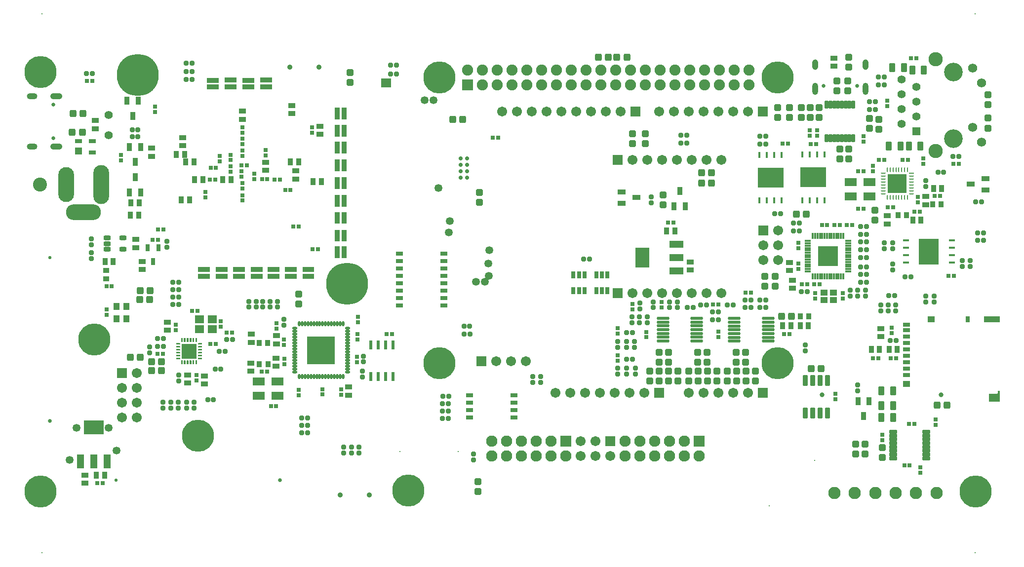
<source format=gbs>
G04*
G04 #@! TF.GenerationSoftware,Altium Limited,Altium Designer,24.10.1 (45)*
G04*
G04 Layer_Color=16711935*
%FSLAX44Y44*%
%MOMM*%
G71*
G04*
G04 #@! TF.SameCoordinates,98639135-FE56-4FAC-94B5-B9978FB97537*
G04*
G04*
G04 #@! TF.FilePolarity,Negative*
G04*
G01*
G75*
%ADD36R,0.6000X1.5500*%
G04:AMPARAMS|DCode=79|XSize=1mm|YSize=1.8mm|CornerRadius=0.5mm|HoleSize=0mm|Usage=FLASHONLY|Rotation=270.000|XOffset=0mm|YOffset=0mm|HoleType=Round|Shape=RoundedRectangle|*
%AMROUNDEDRECTD79*
21,1,1.0000,0.8000,0,0,270.0*
21,1,0.0000,1.8000,0,0,270.0*
1,1,1.0000,-0.4000,0.0000*
1,1,1.0000,-0.4000,0.0000*
1,1,1.0000,0.4000,0.0000*
1,1,1.0000,0.4000,0.0000*
%
%ADD79ROUNDEDRECTD79*%
G04:AMPARAMS|DCode=80|XSize=1mm|YSize=2.1mm|CornerRadius=0.5mm|HoleSize=0mm|Usage=FLASHONLY|Rotation=270.000|XOffset=0mm|YOffset=0mm|HoleType=Round|Shape=RoundedRectangle|*
%AMROUNDEDRECTD80*
21,1,1.0000,1.1000,0,0,270.0*
21,1,0.0000,2.1000,0,0,270.0*
1,1,1.0000,-0.5500,0.0000*
1,1,1.0000,-0.5500,0.0000*
1,1,1.0000,0.5500,0.0000*
1,1,1.0000,0.5500,0.0000*
%
%ADD80ROUNDEDRECTD80*%
%ADD81C,0.6500*%
%ADD83C,0.9000*%
%ADD86C,1.3900*%
%ADD91C,1.5700*%
%ADD94C,3.2000*%
%ADD95R,1.3900X1.3900*%
%ADD96C,2.4500*%
G04:AMPARAMS|DCode=97|XSize=1mm|YSize=1.8mm|CornerRadius=0.5mm|HoleSize=0mm|Usage=FLASHONLY|Rotation=180.000|XOffset=0mm|YOffset=0mm|HoleType=Round|Shape=RoundedRectangle|*
%AMROUNDEDRECTD97*
21,1,1.0000,0.8000,0,0,180.0*
21,1,0.0000,1.8000,0,0,180.0*
1,1,1.0000,0.0000,0.4000*
1,1,1.0000,0.0000,0.4000*
1,1,1.0000,0.0000,-0.4000*
1,1,1.0000,0.0000,-0.4000*
%
%ADD97ROUNDEDRECTD97*%
G04:AMPARAMS|DCode=98|XSize=1mm|YSize=2.1mm|CornerRadius=0.5mm|HoleSize=0mm|Usage=FLASHONLY|Rotation=180.000|XOffset=0mm|YOffset=0mm|HoleType=Round|Shape=RoundedRectangle|*
%AMROUNDEDRECTD98*
21,1,1.0000,1.1000,0,0,180.0*
21,1,0.0000,2.1000,0,0,180.0*
1,1,1.0000,0.0000,0.5500*
1,1,1.0000,0.0000,0.5500*
1,1,1.0000,0.0000,-0.5500*
1,1,1.0000,0.0000,-0.5500*
%
%ADD98ROUNDEDRECTD98*%
%ADD107R,1.2700X0.7600*%
G04:AMPARAMS|DCode=110|XSize=1.0611mm|YSize=0.3925mm|CornerRadius=0.1962mm|HoleSize=0mm|Usage=FLASHONLY|Rotation=0.000|XOffset=0mm|YOffset=0mm|HoleType=Round|Shape=RoundedRectangle|*
%AMROUNDEDRECTD110*
21,1,1.0611,0.0000,0,0,0.0*
21,1,0.6686,0.3925,0,0,0.0*
1,1,0.3925,0.3343,0.0000*
1,1,0.3925,-0.3343,0.0000*
1,1,0.3925,-0.3343,0.0000*
1,1,0.3925,0.3343,0.0000*
%
%ADD110ROUNDEDRECTD110*%
%ADD111R,1.0611X0.3925*%
%ADD112R,3.5000X4.4000*%
%ADD114R,1.1000X1.3000*%
%ADD123C,0.2520*%
%ADD124R,2.5000X2.5000*%
G04:AMPARAMS|DCode=131|XSize=0.8078mm|YSize=0.2393mm|CornerRadius=0.1196mm|HoleSize=0mm|Usage=FLASHONLY|Rotation=180.000|XOffset=0mm|YOffset=0mm|HoleType=Round|Shape=RoundedRectangle|*
%AMROUNDEDRECTD131*
21,1,0.8078,0.0000,0,0,180.0*
21,1,0.5686,0.2393,0,0,180.0*
1,1,0.2393,-0.2843,0.0000*
1,1,0.2393,0.2843,0.0000*
1,1,0.2393,0.2843,0.0000*
1,1,0.2393,-0.2843,0.0000*
%
%ADD131ROUNDEDRECTD131*%
G04:AMPARAMS|DCode=132|XSize=0.2393mm|YSize=0.8078mm|CornerRadius=0.1196mm|HoleSize=0mm|Usage=FLASHONLY|Rotation=180.000|XOffset=0mm|YOffset=0mm|HoleType=Round|Shape=RoundedRectangle|*
%AMROUNDEDRECTD132*
21,1,0.2393,0.5686,0,0,180.0*
21,1,0.0000,0.8078,0,0,180.0*
1,1,0.2393,0.0000,0.2843*
1,1,0.2393,0.0000,0.2843*
1,1,0.2393,0.0000,-0.2843*
1,1,0.2393,0.0000,-0.2843*
%
%ADD132ROUNDEDRECTD132*%
%ADD133R,3.2000X3.2000*%
%ADD134R,4.4000X3.5000*%
G04:AMPARAMS|DCode=135|XSize=1.0611mm|YSize=0.3925mm|CornerRadius=0.1962mm|HoleSize=0mm|Usage=FLASHONLY|Rotation=90.000|XOffset=0mm|YOffset=0mm|HoleType=Round|Shape=RoundedRectangle|*
%AMROUNDEDRECTD135*
21,1,1.0611,0.0000,0,0,90.0*
21,1,0.6686,0.3925,0,0,90.0*
1,1,0.3925,0.0000,0.3343*
1,1,0.3925,0.0000,-0.3343*
1,1,0.3925,0.0000,-0.3343*
1,1,0.3925,0.0000,0.3343*
%
%ADD135ROUNDEDRECTD135*%
%ADD136R,2.8000X1.0000*%
%ADD137R,0.8000X1.0000*%
%ADD138R,1.2000X1.0000*%
%ADD142C,1.1447*%
%ADD143R,1.2000X0.7000*%
%ADD148R,0.3925X1.0611*%
%ADD149R,0.8078X0.2393*%
G04:AMPARAMS|DCode=178|XSize=1.2032mm|YSize=1.1032mm|CornerRadius=0.2141mm|HoleSize=0mm|Usage=FLASHONLY|Rotation=270.000|XOffset=0mm|YOffset=0mm|HoleType=Round|Shape=RoundedRectangle|*
%AMROUNDEDRECTD178*
21,1,1.2032,0.6750,0,0,270.0*
21,1,0.7750,1.1032,0,0,270.0*
1,1,0.4282,-0.3375,-0.3875*
1,1,0.4282,-0.3375,0.3875*
1,1,0.4282,0.3375,0.3875*
1,1,0.4282,0.3375,-0.3875*
%
%ADD178ROUNDEDRECTD178*%
%ADD181R,0.9532X1.1532*%
%ADD184R,1.1532X0.9532*%
%ADD185R,0.7600X0.7600*%
G04:AMPARAMS|DCode=186|XSize=0.8032mm|YSize=0.8032mm|CornerRadius=0.1616mm|HoleSize=0mm|Usage=FLASHONLY|Rotation=270.000|XOffset=0mm|YOffset=0mm|HoleType=Round|Shape=RoundedRectangle|*
%AMROUNDEDRECTD186*
21,1,0.8032,0.4800,0,0,270.0*
21,1,0.4800,0.8032,0,0,270.0*
1,1,0.3232,-0.2400,-0.2400*
1,1,0.3232,-0.2400,0.2400*
1,1,0.3232,0.2400,0.2400*
1,1,0.3232,0.2400,-0.2400*
%
%ADD186ROUNDEDRECTD186*%
%ADD191R,0.7600X0.7600*%
G04:AMPARAMS|DCode=199|XSize=0.8032mm|YSize=0.8032mm|CornerRadius=0.1616mm|HoleSize=0mm|Usage=FLASHONLY|Rotation=180.000|XOffset=0mm|YOffset=0mm|HoleType=Round|Shape=RoundedRectangle|*
%AMROUNDEDRECTD199*
21,1,0.8032,0.4800,0,0,180.0*
21,1,0.4800,0.8032,0,0,180.0*
1,1,0.3232,-0.2400,0.2400*
1,1,0.3232,0.2400,0.2400*
1,1,0.3232,0.2400,-0.2400*
1,1,0.3232,-0.2400,-0.2400*
%
%ADD199ROUNDEDRECTD199*%
%ADD201R,0.8382X1.4732*%
%ADD204C,0.2032*%
%ADD205C,0.6782*%
%ADD206C,0.5782*%
G04:AMPARAMS|DCode=207|XSize=6.0032mm|YSize=2.7032mm|CornerRadius=1.3516mm|HoleSize=0mm|Usage=FLASHONLY|Rotation=0.000|XOffset=0mm|YOffset=0mm|HoleType=Round|Shape=RoundedRectangle|*
%AMROUNDEDRECTD207*
21,1,6.0032,0.0000,0,0,0.0*
21,1,3.3000,2.7032,0,0,0.0*
1,1,2.7032,1.6500,0.0000*
1,1,2.7032,-1.6500,0.0000*
1,1,2.7032,-1.6500,0.0000*
1,1,2.7032,1.6500,0.0000*
%
%ADD207ROUNDEDRECTD207*%
G04:AMPARAMS|DCode=208|XSize=6.0032mm|YSize=2.7032mm|CornerRadius=1.3516mm|HoleSize=0mm|Usage=FLASHONLY|Rotation=270.000|XOffset=0mm|YOffset=0mm|HoleType=Round|Shape=RoundedRectangle|*
%AMROUNDEDRECTD208*
21,1,6.0032,0.0000,0,0,270.0*
21,1,3.3000,2.7032,0,0,270.0*
1,1,2.7032,0.0000,-1.6500*
1,1,2.7032,0.0000,1.6500*
1,1,2.7032,0.0000,1.6500*
1,1,2.7032,0.0000,-1.6500*
%
%ADD208ROUNDEDRECTD208*%
G04:AMPARAMS|DCode=209|XSize=6.7032mm|YSize=2.7032mm|CornerRadius=1.3516mm|HoleSize=0mm|Usage=FLASHONLY|Rotation=270.000|XOffset=0mm|YOffset=0mm|HoleType=Round|Shape=RoundedRectangle|*
%AMROUNDEDRECTD209*
21,1,6.7032,0.0000,0,0,270.0*
21,1,4.0000,2.7032,0,0,270.0*
1,1,2.7032,0.0000,-2.0000*
1,1,2.7032,0.0000,2.0000*
1,1,2.7032,0.0000,2.0000*
1,1,2.7032,0.0000,-2.0000*
%
%ADD209ROUNDEDRECTD209*%
%ADD210C,2.4032*%
%ADD211C,1.7032*%
%ADD212R,1.7032X1.7032*%
%ADD213C,0.5588*%
%ADD214C,5.5032*%
%ADD215C,7.2032*%
%ADD216R,1.7032X1.7032*%
%ADD217C,0.8032*%
%ADD218C,1.9032*%
%ADD219C,2.1032*%
%ADD220C,1.9304*%
%ADD221C,1.4032*%
%ADD222R,1.9032X1.9032*%
%ADD223R,1.8796X1.8796*%
%ADD224C,1.3462*%
%ADD225C,0.7032*%
%ADD226R,1.8000X1.6000*%
%ADD227R,1.2032X1.2032*%
%ADD228R,1.2032X0.8032*%
%ADD229R,0.8532X1.4032*%
G04:AMPARAMS|DCode=230|XSize=1.2032mm|YSize=1.1032mm|CornerRadius=0.2141mm|HoleSize=0mm|Usage=FLASHONLY|Rotation=0.000|XOffset=0mm|YOffset=0mm|HoleType=Round|Shape=RoundedRectangle|*
%AMROUNDEDRECTD230*
21,1,1.2032,0.6750,0,0,0.0*
21,1,0.7750,1.1032,0,0,0.0*
1,1,0.4282,0.3875,-0.3375*
1,1,0.4282,-0.3875,-0.3375*
1,1,0.4282,-0.3875,0.3375*
1,1,0.4282,0.3875,0.3375*
%
%ADD230ROUNDEDRECTD230*%
%ADD231R,0.5032X0.8532*%
%ADD232R,0.8532X0.5032*%
%ADD233R,1.6032X1.4032*%
%ADD234R,2.1032X1.4032*%
%ADD235R,1.4032X0.8532*%
%ADD236O,0.4532X0.9532*%
%ADD237O,0.9532X0.4532*%
%ADD238R,4.7032X4.7032*%
%ADD239R,0.8432X1.1232*%
G04:AMPARAMS|DCode=240|XSize=0.6032mm|YSize=1.4032mm|CornerRadius=0.1516mm|HoleSize=0mm|Usage=FLASHONLY|Rotation=90.000|XOffset=0mm|YOffset=0mm|HoleType=Round|Shape=RoundedRectangle|*
%AMROUNDEDRECTD240*
21,1,0.6032,1.1000,0,0,90.0*
21,1,0.3000,1.4032,0,0,90.0*
1,1,0.3032,0.5500,0.1500*
1,1,0.3032,0.5500,-0.1500*
1,1,0.3032,-0.5500,-0.1500*
1,1,0.3032,-0.5500,0.1500*
%
%ADD240ROUNDEDRECTD240*%
G04:AMPARAMS|DCode=241|XSize=1.5032mm|YSize=1.0032mm|CornerRadius=0.2016mm|HoleSize=0mm|Usage=FLASHONLY|Rotation=90.000|XOffset=0mm|YOffset=0mm|HoleType=Round|Shape=RoundedRectangle|*
%AMROUNDEDRECTD241*
21,1,1.5032,0.6000,0,0,90.0*
21,1,1.1000,1.0032,0,0,90.0*
1,1,0.4032,0.3000,0.5500*
1,1,0.4032,0.3000,-0.5500*
1,1,0.4032,-0.3000,-0.5500*
1,1,0.4032,-0.3000,0.5500*
%
%ADD241ROUNDEDRECTD241*%
%ADD242R,0.8032X1.2032*%
G04:AMPARAMS|DCode=243|XSize=1.2532mm|YSize=0.8032mm|CornerRadius=0.2516mm|HoleSize=0mm|Usage=FLASHONLY|Rotation=180.000|XOffset=0mm|YOffset=0mm|HoleType=Round|Shape=RoundedRectangle|*
%AMROUNDEDRECTD243*
21,1,1.2532,0.3000,0,0,180.0*
21,1,0.7500,0.8032,0,0,180.0*
1,1,0.5032,-0.3750,0.1500*
1,1,0.5032,0.3750,0.1500*
1,1,0.5032,0.3750,-0.1500*
1,1,0.5032,-0.3750,-0.1500*
%
%ADD243ROUNDEDRECTD243*%
%ADD244O,2.2032X0.5532*%
G04:AMPARAMS|DCode=245|XSize=0.6032mm|YSize=1.4032mm|CornerRadius=0.1516mm|HoleSize=0mm|Usage=FLASHONLY|Rotation=180.000|XOffset=0mm|YOffset=0mm|HoleType=Round|Shape=RoundedRectangle|*
%AMROUNDEDRECTD245*
21,1,0.6032,1.1000,0,0,180.0*
21,1,0.3000,1.4032,0,0,180.0*
1,1,0.3032,-0.1500,0.5500*
1,1,0.3032,0.1500,0.5500*
1,1,0.3032,0.1500,-0.5500*
1,1,0.3032,-0.1500,-0.5500*
%
%ADD245ROUNDEDRECTD245*%
%ADD246R,3.4032X3.4032*%
%ADD247R,0.4032X1.0532*%
%ADD248R,1.1532X1.0032*%
%ADD249R,2.3532X1.2032*%
G04:AMPARAMS|DCode=250|XSize=0.8532mm|YSize=1.8532mm|CornerRadius=0.1504mm|HoleSize=0mm|Usage=FLASHONLY|Rotation=0.000|XOffset=0mm|YOffset=0mm|HoleType=Round|Shape=RoundedRectangle|*
%AMROUNDEDRECTD250*
21,1,0.8532,1.5525,0,0,0.0*
21,1,0.5525,1.8532,0,0,0.0*
1,1,0.3007,0.2763,-0.7763*
1,1,0.3007,-0.2763,-0.7763*
1,1,0.3007,-0.2763,0.7763*
1,1,0.3007,0.2763,0.7763*
%
%ADD250ROUNDEDRECTD250*%
%ADD251R,1.2032X2.3532*%
%ADD252R,2.3532X3.4532*%
%ADD253R,1.0532X0.4032*%
%ADD254R,3.4532X2.3532*%
%ADD255R,1.1232X0.8432*%
G36*
X536053Y634849D02*
X536447Y634455D01*
X536660Y633941D01*
Y633662D01*
Y633384D01*
X536447Y632869D01*
X536053Y632476D01*
X535538Y632262D01*
X529760D01*
Y635062D01*
X535538D01*
X536053Y634849D01*
D02*
G37*
G36*
X535260Y640062D02*
X535538D01*
X536053Y639849D01*
X536447Y639455D01*
X536660Y638941D01*
Y638662D01*
Y638384D01*
X536447Y637869D01*
X536053Y637476D01*
X535538Y637262D01*
X529760D01*
Y640062D01*
X535260D01*
Y640062D01*
D02*
G37*
G36*
X536053Y644849D02*
X536447Y644455D01*
X536660Y643941D01*
Y643662D01*
Y643384D01*
X536447Y642869D01*
X536053Y642476D01*
X535538Y642262D01*
X529760D01*
Y645062D01*
X535538D01*
X536053Y644849D01*
D02*
G37*
G36*
X540328Y630574D02*
X540722Y630180D01*
X540935Y629666D01*
Y629387D01*
Y623887D01*
X538135D01*
Y629387D01*
Y629666D01*
X538348Y630180D01*
X538742Y630574D01*
X539256Y630787D01*
X539813D01*
X540328Y630574D01*
D02*
G37*
G36*
X545328D02*
X545722Y630180D01*
X545935Y629666D01*
Y629387D01*
X545935Y623887D01*
X543135D01*
Y629387D01*
Y629666D01*
X543348Y630180D01*
X543742Y630574D01*
X544256Y630787D01*
X544813D01*
X545328Y630574D01*
D02*
G37*
G36*
X550328D02*
X550722Y630180D01*
X550935Y629666D01*
Y629387D01*
Y623887D01*
X548135D01*
Y629387D01*
Y629666D01*
X548348Y630180D01*
X548742Y630574D01*
X549256Y630787D01*
X549813D01*
X550328Y630574D01*
D02*
G37*
G36*
X536053Y649849D02*
X536447Y649455D01*
X536660Y648941D01*
Y648662D01*
Y648384D01*
X536447Y647869D01*
X536053Y647476D01*
X535538Y647262D01*
X529760D01*
Y650062D01*
X535538D01*
X536053Y649849D01*
D02*
G37*
G36*
Y654849D02*
X536447Y654455D01*
X536660Y653941D01*
Y653662D01*
Y653384D01*
X536447Y652869D01*
X536053Y652476D01*
X535538Y652262D01*
X535260D01*
X529760Y652262D01*
Y655062D01*
X535538D01*
X536053Y654849D01*
D02*
G37*
G36*
Y659849D02*
X536447Y659455D01*
X536660Y658941D01*
Y658662D01*
Y658384D01*
X536447Y657869D01*
X536053Y657476D01*
X535538Y657262D01*
X529760D01*
Y660062D01*
X535538D01*
X536053Y659849D01*
D02*
G37*
G36*
X540935Y662937D02*
Y662659D01*
X540722Y662144D01*
X540328Y661750D01*
X539813Y661537D01*
X539256D01*
X538742Y661750D01*
X538348Y662144D01*
X538135Y662659D01*
Y662937D01*
Y668437D01*
X540935D01*
Y662937D01*
D02*
G37*
G36*
X545935D02*
X545935D01*
Y662659D01*
X545722Y662144D01*
X545328Y661750D01*
X544813Y661537D01*
X544256D01*
X543742Y661750D01*
X543348Y662144D01*
X543135Y662659D01*
Y662937D01*
Y668437D01*
X545935D01*
Y662937D01*
D02*
G37*
G36*
X550935D02*
Y662659D01*
X550722Y662144D01*
X550328Y661750D01*
X549813Y661537D01*
X549256D01*
X548742Y661750D01*
X548348Y662144D01*
X548135Y662659D01*
Y662937D01*
Y668437D01*
X550935D01*
Y662937D01*
D02*
G37*
G36*
X565935D02*
Y662659D01*
X565722Y662144D01*
X565328Y661750D01*
X564813Y661537D01*
X564256D01*
X563742Y661750D01*
X563348Y662144D01*
X563135Y662659D01*
Y662937D01*
Y668437D01*
X565935D01*
Y662937D01*
D02*
G37*
G36*
X560935D02*
Y662659D01*
X560722Y662144D01*
X560328Y661750D01*
X559813Y661537D01*
X559256D01*
X558742Y661750D01*
X558348Y662144D01*
X558135Y662659D01*
Y662937D01*
X558135Y668437D01*
X560935D01*
Y662937D01*
D02*
G37*
G36*
X555935D02*
Y662659D01*
X555722Y662144D01*
X555328Y661750D01*
X554813Y661537D01*
X554256D01*
X553742Y661750D01*
X553348Y662144D01*
X553135Y662659D01*
Y662937D01*
Y668437D01*
X555935D01*
Y662937D01*
D02*
G37*
G36*
X574310Y657262D02*
X568531D01*
X568017Y657476D01*
X567623Y657869D01*
X567410Y658384D01*
Y658662D01*
Y658941D01*
X567623Y659455D01*
X568017Y659849D01*
X568531Y660062D01*
X574310D01*
Y657262D01*
D02*
G37*
G36*
Y652262D02*
X568810D01*
Y652262D01*
X568531D01*
X568017Y652476D01*
X567623Y652869D01*
X567410Y653384D01*
Y653662D01*
Y653941D01*
X567623Y654455D01*
X568017Y654849D01*
X568531Y655062D01*
X574310D01*
Y652262D01*
D02*
G37*
G36*
Y647262D02*
X568531D01*
X568017Y647476D01*
X567623Y647869D01*
X567410Y648384D01*
Y648662D01*
Y648941D01*
X567623Y649455D01*
X568017Y649849D01*
X568531Y650062D01*
X574310D01*
Y647262D01*
D02*
G37*
G36*
Y642262D02*
X568531D01*
X568017Y642476D01*
X567623Y642869D01*
X567410Y643384D01*
Y643662D01*
Y643941D01*
X567623Y644455D01*
X568017Y644849D01*
X568531Y645062D01*
X574310D01*
Y642262D01*
D02*
G37*
G36*
Y637262D02*
X568531D01*
X568017Y637476D01*
X567623Y637869D01*
X567410Y638384D01*
Y638662D01*
Y638941D01*
X567623Y639455D01*
X568017Y639849D01*
X568531Y640062D01*
X568810D01*
X574310Y640062D01*
Y637262D01*
D02*
G37*
G36*
Y632262D02*
X568531D01*
X568017Y632476D01*
X567623Y632869D01*
X567410Y633384D01*
Y633662D01*
Y633941D01*
X567623Y634455D01*
X568017Y634849D01*
X568531Y635062D01*
X574310D01*
Y632262D01*
D02*
G37*
G36*
X565328Y630574D02*
X565722Y630180D01*
X565935Y629666D01*
Y629387D01*
Y623887D01*
X563135D01*
Y629387D01*
Y629666D01*
X563348Y630180D01*
X563742Y630574D01*
X564256Y630787D01*
X564813D01*
X565328Y630574D01*
D02*
G37*
G36*
X560328D02*
X560722Y630180D01*
X560935Y629666D01*
Y629387D01*
Y623887D01*
X558135D01*
Y629387D01*
X558135D01*
Y629666D01*
X558348Y630180D01*
X558742Y630574D01*
X559256Y630787D01*
X559813D01*
X560328Y630574D01*
D02*
G37*
G36*
X555328D02*
X555722Y630180D01*
X555935Y629666D01*
Y629387D01*
Y623887D01*
X553135D01*
Y629387D01*
Y629666D01*
X553348Y630180D01*
X553742Y630574D01*
X554256Y630787D01*
X554813D01*
X555328Y630574D01*
D02*
G37*
G36*
X1942515Y559742D02*
X1923515D01*
Y572742D01*
X1937515D01*
X1939015Y574242D01*
Y578242D01*
X1942515D01*
Y559742D01*
D02*
G37*
D36*
X863625Y656986D02*
D03*
X889025D02*
D03*
X901725D02*
D03*
X876325D02*
D03*
X863625Y602986D02*
D03*
X876325D02*
D03*
X889025D02*
D03*
X901725D02*
D03*
D79*
X282515Y1083596D02*
D03*
Y997196D02*
D03*
D80*
X324315Y1083596D02*
D03*
Y997196D02*
D03*
D81*
X319315Y1069296D02*
D03*
Y1011496D02*
D03*
X1697565Y1101146D02*
D03*
X1639765D02*
D03*
D83*
X774445Y1133776D02*
D03*
X724445D02*
D03*
X861105Y399186D02*
D03*
X811105D02*
D03*
D86*
X1773465Y1112696D02*
D03*
X1798865Y1049196D02*
D03*
Y1074596D02*
D03*
Y1099996D02*
D03*
X1773465Y1036496D02*
D03*
Y1061896D02*
D03*
Y1087296D02*
D03*
D91*
X1911365Y1004996D02*
D03*
X1896165Y1131496D02*
D03*
Y1030396D02*
D03*
X1911365Y1106096D02*
D03*
D94*
X1862365Y1125396D02*
D03*
Y1011096D02*
D03*
D95*
X1798865Y1023796D02*
D03*
D96*
X1831865Y1146996D02*
D03*
Y989496D02*
D03*
D97*
X1711865Y1137946D02*
D03*
X1625465D02*
D03*
D98*
X1711865Y1096146D02*
D03*
X1625465D02*
D03*
D107*
X912805Y801116D02*
D03*
Y737616D02*
D03*
Y788416D02*
D03*
Y763016D02*
D03*
Y775716D02*
D03*
Y750316D02*
D03*
Y813816D02*
D03*
Y724916D02*
D03*
X989005Y813816D02*
D03*
Y801116D02*
D03*
Y788416D02*
D03*
Y775716D02*
D03*
Y763016D02*
D03*
Y750316D02*
D03*
Y737616D02*
D03*
Y724916D02*
D03*
X1109365Y570536D02*
D03*
Y557836D02*
D03*
Y545136D02*
D03*
Y532436D02*
D03*
X1033165Y557836D02*
D03*
Y570536D02*
D03*
Y545136D02*
D03*
Y532436D02*
D03*
D110*
X1859820Y797866D02*
D03*
Y835966D02*
D03*
Y823266D02*
D03*
Y810566D02*
D03*
X1781309D02*
D03*
Y823266D02*
D03*
Y835966D02*
D03*
D111*
Y797866D02*
D03*
D112*
X1820565Y816916D02*
D03*
D114*
X428019Y723002D02*
D03*
X444519D02*
D03*
Y702002D02*
D03*
X428019D02*
D03*
D123*
X564535Y665131D02*
D03*
X559535D02*
D03*
X554535D02*
D03*
X549535Y664987D02*
D03*
X544535D02*
D03*
X539535D02*
D03*
Y625287D02*
D03*
X544535D02*
D03*
X549535D02*
D03*
X554535Y627337D02*
D03*
X559535D02*
D03*
X564535D02*
D03*
X533066Y658662D02*
D03*
Y653662D02*
D03*
Y648662D02*
D03*
X533210Y643662D02*
D03*
Y633662D02*
D03*
X572910D02*
D03*
Y638662D02*
D03*
Y643662D02*
D03*
X570860Y648662D02*
D03*
Y653662D02*
D03*
Y658662D02*
D03*
X533210Y638662D02*
D03*
D124*
X552035Y646162D02*
D03*
D131*
X1790356Y936256D02*
D03*
Y916256D02*
D03*
X1742852Y951256D02*
D03*
Y941256D02*
D03*
Y921256D02*
D03*
X1790356Y931256D02*
D03*
X1742852Y946256D02*
D03*
X1790356Y941256D02*
D03*
X1742852Y926256D02*
D03*
X1790356Y946256D02*
D03*
Y926256D02*
D03*
Y921256D02*
D03*
X1742852Y916256D02*
D03*
Y931256D02*
D03*
Y936256D02*
D03*
D132*
X1769104Y957508D02*
D03*
X1764104Y910004D02*
D03*
X1754104Y957508D02*
D03*
X1749104D02*
D03*
X1774104D02*
D03*
X1759104D02*
D03*
X1764104D02*
D03*
X1779104D02*
D03*
X1784104Y910004D02*
D03*
X1779104D02*
D03*
X1774104D02*
D03*
X1769104D02*
D03*
X1759104D02*
D03*
X1754104D02*
D03*
X1749104D02*
D03*
X1784104Y957508D02*
D03*
D133*
X1766604Y933756D02*
D03*
D134*
X1622445Y944375D02*
D03*
X1549426Y943916D02*
D03*
D135*
X1603395Y905120D02*
D03*
X1530376Y904660D02*
D03*
X1555776Y983171D02*
D03*
X1543076D02*
D03*
X1530376D02*
D03*
X1543076Y904660D02*
D03*
X1555776D02*
D03*
X1568476Y983171D02*
D03*
X1641495Y983630D02*
D03*
X1628795D02*
D03*
X1616095D02*
D03*
X1603395D02*
D03*
X1616095Y905120D02*
D03*
X1628795D02*
D03*
D136*
X1928515Y701242D02*
D03*
D137*
X1887015D02*
D03*
D138*
X1825015D02*
D03*
X1782015Y589742D02*
D03*
D142*
X1936155Y566102D02*
D03*
D143*
X1782015Y660242D02*
D03*
Y691742D02*
D03*
Y638242D02*
D03*
Y605242D02*
D03*
Y616242D02*
D03*
Y627242D02*
D03*
Y649242D02*
D03*
Y671242D02*
D03*
Y682242D02*
D03*
D148*
X1568476Y904660D02*
D03*
X1641495Y905120D02*
D03*
D149*
X1790356Y951256D02*
D03*
D178*
X1020841Y1043718D02*
D03*
X1003841D02*
D03*
X467901Y750094D02*
D03*
X484901D02*
D03*
X484647Y734600D02*
D03*
X467647D02*
D03*
X504745Y613156D02*
D03*
X487745D02*
D03*
X451645Y635286D02*
D03*
X468645D02*
D03*
X1270665Y1150396D02*
D03*
X1253665D02*
D03*
X1302665D02*
D03*
X1285665D02*
D03*
X1430665Y952396D02*
D03*
X1447665D02*
D03*
X1430665Y934396D02*
D03*
X1447665D02*
D03*
X1851665Y553396D02*
D03*
X487745Y628396D02*
D03*
X370125Y1053846D02*
D03*
X368855Y1022096D02*
D03*
X504745Y628396D02*
D03*
X1610445Y880796D02*
D03*
X1593445D02*
D03*
X1834665Y553396D02*
D03*
X1585225Y706160D02*
D03*
X1568225D02*
D03*
X1636025Y616256D02*
D03*
X1619025D02*
D03*
X353125Y1053846D02*
D03*
X351855Y1022096D02*
D03*
D181*
X764803Y936784D02*
D03*
X778803D02*
D03*
X725976Y970816D02*
D03*
X739976D02*
D03*
X546565Y970816D02*
D03*
X560565D02*
D03*
X623941Y940383D02*
D03*
X609941D02*
D03*
X538565Y905816D02*
D03*
X552565D02*
D03*
X451479Y879126D02*
D03*
X465479D02*
D03*
X575565Y940816D02*
D03*
X561565D02*
D03*
X421929Y799580D02*
D03*
X1583810Y689891D02*
D03*
X1828805Y924866D02*
D03*
X530107Y984028D02*
D03*
X1807245Y871156D02*
D03*
X1614205Y689892D02*
D03*
X1752605Y649276D02*
D03*
X1722125D02*
D03*
X1385165Y852396D02*
D03*
X466415Y901002D02*
D03*
X407145Y433366D02*
D03*
X1842805Y924866D02*
D03*
X1793245Y871156D02*
D03*
X1371165Y852396D02*
D03*
X544107Y984028D02*
D03*
X1736125Y649276D02*
D03*
X1766605D02*
D03*
X393145Y433366D02*
D03*
X1600205Y689892D02*
D03*
X1569810Y689891D02*
D03*
X407929Y799580D02*
D03*
X452415Y901002D02*
D03*
D184*
X776121Y1032176D02*
D03*
Y1018176D02*
D03*
X701445Y634046D02*
D03*
Y620046D02*
D03*
X683650Y970210D02*
D03*
Y956210D02*
D03*
X643565Y1043816D02*
D03*
Y1057816D02*
D03*
X487355Y994362D02*
D03*
Y980362D02*
D03*
X659155Y661086D02*
D03*
Y675086D02*
D03*
X658265Y625776D02*
D03*
Y611776D02*
D03*
X702335Y658546D02*
D03*
Y672546D02*
D03*
X514481Y681794D02*
D03*
Y695794D02*
D03*
X460649Y837632D02*
D03*
X472083Y786274D02*
D03*
X1658005Y1135036D02*
D03*
X1815485Y911546D02*
D03*
X735005Y955436D02*
D03*
X1749445Y864526D02*
D03*
X1738015Y684974D02*
D03*
X541323Y998782D02*
D03*
X1581805Y784516D02*
D03*
X1586885Y754036D02*
D03*
X1411165Y799396D02*
D03*
X549585Y591566D02*
D03*
X728565Y1067816D02*
D03*
X578001Y589678D02*
D03*
X390835Y1041796D02*
D03*
X825175Y570596D02*
D03*
X373565Y419316D02*
D03*
X1738015Y670974D02*
D03*
X1815485Y897546D02*
D03*
X735005Y941436D02*
D03*
X1749445Y878526D02*
D03*
X728565Y1053816D02*
D03*
X1411165Y785396D02*
D03*
X1581805Y798516D02*
D03*
X541323Y1012782D02*
D03*
X472083Y800274D02*
D03*
X1586885Y768036D02*
D03*
X1658005Y1149036D02*
D03*
X373565Y433316D02*
D03*
X460649Y823632D02*
D03*
X825175Y584596D02*
D03*
X549585Y605566D02*
D03*
X578001Y603678D02*
D03*
X390835Y1027796D02*
D03*
D185*
X557145Y715296D02*
D03*
X566345D02*
D03*
X686226Y940868D02*
D03*
X677027D02*
D03*
X773165Y820816D02*
D03*
X763965D02*
D03*
X498695Y854555D02*
D03*
X507895D02*
D03*
X588965Y960816D02*
D03*
X598165D02*
D03*
X701505Y552196D02*
D03*
X692305D02*
D03*
X685725Y611156D02*
D03*
X676525D02*
D03*
X899975Y675706D02*
D03*
X890775D02*
D03*
X588895Y658146D02*
D03*
X598095D02*
D03*
X616448Y677570D02*
D03*
X625648D02*
D03*
X507397Y641869D02*
D03*
X498197D02*
D03*
X1744250Y973986D02*
D03*
X1735050D02*
D03*
X489577Y836794D02*
D03*
X498777Y836794D02*
D03*
X650781Y965186D02*
D03*
X641581D02*
D03*
X1581325Y675543D02*
D03*
X1789965Y1148396D02*
D03*
X1871765Y967396D02*
D03*
X1775325Y974396D02*
D03*
X1618325Y1001534D02*
D03*
X1830725Y912166D02*
D03*
X1804845Y885504D02*
D03*
X1708325Y954584D02*
D03*
X1759125Y893116D02*
D03*
X1699605Y890288D02*
D03*
X1578785Y1002336D02*
D03*
X708165Y940816D02*
D03*
X1689007Y862636D02*
D03*
X1854065Y775006D02*
D03*
X1658485Y862636D02*
D03*
X1637139D02*
D03*
X1624195Y761036D02*
D03*
X1755005Y634036D02*
D03*
X1724525D02*
D03*
X1382765Y866396D02*
D03*
X1602605Y761036D02*
D03*
X419529Y757292D02*
D03*
X1072487Y1012265D02*
D03*
X597172Y940583D02*
D03*
X726064Y922560D02*
D03*
X731135Y860330D02*
D03*
X385735Y1109676D02*
D03*
X404125Y419396D02*
D03*
X376535Y1109676D02*
D03*
X1749925Y893116D02*
D03*
X1839925Y912166D02*
D03*
X1784525Y974396D02*
D03*
X1862565Y967396D02*
D03*
X1799165Y1148396D02*
D03*
X1373565Y866396D02*
D03*
X1569585Y1002336D02*
D03*
X1795645Y885504D02*
D03*
X716864Y922560D02*
D03*
X1450205Y726098D02*
D03*
X587972Y940583D02*
D03*
X740335Y860330D02*
D03*
X698965Y940816D02*
D03*
X1081687Y1012265D02*
D03*
X1733725Y634036D02*
D03*
X1646339Y862636D02*
D03*
X1627525Y1001534D02*
D03*
X1679807Y862636D02*
D03*
X1611805Y761036D02*
D03*
X1764205Y634036D02*
D03*
X1863265Y775006D02*
D03*
X1506085Y746768D02*
D03*
X1515285D02*
D03*
X1459405Y726098D02*
D03*
X1633395Y761036D02*
D03*
X1667685Y862636D02*
D03*
X394925Y419396D02*
D03*
X1699125Y954584D02*
D03*
X1786565Y521396D02*
D03*
X1795765D02*
D03*
X1778565Y450396D02*
D03*
X1787765D02*
D03*
X1572125Y675543D02*
D03*
X410329Y757292D02*
D03*
X1708805Y890288D02*
D03*
D186*
X1395247Y1003352D02*
D03*
X1405247D02*
D03*
X996513Y556038D02*
D03*
X986513D02*
D03*
X454383Y1026192D02*
D03*
X464383D02*
D03*
X454415Y1014032D02*
D03*
X464415D02*
D03*
X907899Y1137222D02*
D03*
X897899D02*
D03*
X907899Y1121982D02*
D03*
X897899D02*
D03*
X534265Y764286D02*
D03*
X524265D02*
D03*
X534265Y738886D02*
D03*
X524265D02*
D03*
X534265Y726186D02*
D03*
X524265D02*
D03*
X534265Y751586D02*
D03*
X524265D02*
D03*
X507797Y654602D02*
D03*
X497797D02*
D03*
X507797Y667891D02*
D03*
X497797D02*
D03*
X616435Y665766D02*
D03*
X626435D02*
D03*
X997021Y568992D02*
D03*
X987021D02*
D03*
X996545Y530686D02*
D03*
X986545D02*
D03*
X996545Y543686D02*
D03*
X986545D02*
D03*
X583875Y563183D02*
D03*
X593875D02*
D03*
X1836165Y953396D02*
D03*
X1846165D02*
D03*
X1904165Y836396D02*
D03*
X1914165D02*
D03*
X557125Y1112266D02*
D03*
X547125D02*
D03*
X1395247Y1016640D02*
D03*
X1405247D02*
D03*
X1449330Y713364D02*
D03*
X1429485Y725476D02*
D03*
X1541085Y720746D02*
D03*
Y734035D02*
D03*
X1744285Y1103347D02*
D03*
X1872165Y980396D02*
D03*
X386135Y1122676D02*
D03*
X1914165Y849396D02*
D03*
X1904165D02*
D03*
X1911165Y902396D02*
D03*
X1901165D02*
D03*
X613565Y645816D02*
D03*
X603565D02*
D03*
X557116Y1140156D02*
D03*
X547116Y1140156D02*
D03*
X547125Y1126236D02*
D03*
X557125D02*
D03*
X1238829Y804196D02*
D03*
X1228829D02*
D03*
X755245Y506476D02*
D03*
X745245D02*
D03*
X755245Y519176D02*
D03*
X745245D02*
D03*
X755245Y531876D02*
D03*
X745245D02*
D03*
X1762065Y741431D02*
D03*
X1752065D02*
D03*
X1764605Y664516D02*
D03*
X1754605D02*
D03*
X1862165Y980396D02*
D03*
X1439485Y725476D02*
D03*
X1713805Y846621D02*
D03*
X1703805D02*
D03*
X1790005Y773762D02*
D03*
X1713805Y777453D02*
D03*
X1556485Y881702D02*
D03*
X1531085Y1015036D02*
D03*
Y1001630D02*
D03*
X1023440Y675461D02*
D03*
X1602205Y748302D02*
D03*
X1302485Y632206D02*
D03*
X1505685Y734035D02*
D03*
X1302485Y677926D02*
D03*
X1713805Y764164D02*
D03*
X1531085Y734035D02*
D03*
X1475205Y725746D02*
D03*
X1780005Y773762D02*
D03*
X1612205Y748302D02*
D03*
X1033290Y688651D02*
D03*
X1023290D02*
D03*
X1033440Y675461D02*
D03*
X1588235Y865764D02*
D03*
X1598235D02*
D03*
X1713805Y859910D02*
D03*
X1703805D02*
D03*
X1588315Y852476D02*
D03*
X1598315D02*
D03*
X1713805Y833333D02*
D03*
X1703805D02*
D03*
X1713725Y820044D02*
D03*
X1703725D02*
D03*
X1541085Y1001630D02*
D03*
X1713725Y806756D02*
D03*
X1703725D02*
D03*
X1713805Y790741D02*
D03*
X1703805D02*
D03*
X1541085Y1015036D02*
D03*
X1703805Y777453D02*
D03*
X1566485Y881702D02*
D03*
X1703805Y764164D02*
D03*
X1744285Y1116636D02*
D03*
X1734285D02*
D03*
Y1103347D02*
D03*
X1719045Y1060756D02*
D03*
X1729045D02*
D03*
X1719045Y1074044D02*
D03*
X1729045D02*
D03*
X1515685Y734035D02*
D03*
X1505765Y720746D02*
D03*
X1515765D02*
D03*
X1531085D02*
D03*
X1485205Y725746D02*
D03*
X1416196Y720868D02*
D03*
X1406196D02*
D03*
X1449330Y700076D02*
D03*
X1459330D02*
D03*
Y713364D02*
D03*
X1312485Y632206D02*
D03*
Y677926D02*
D03*
X596655Y615696D02*
D03*
X606655D02*
D03*
X376135Y1122676D02*
D03*
D191*
X606502Y697712D02*
D03*
Y688512D02*
D03*
X580162Y919174D02*
D03*
Y909974D02*
D03*
X493565Y1065416D02*
D03*
Y1056216D02*
D03*
X623088Y962886D02*
D03*
Y953686D02*
D03*
X435285Y983072D02*
D03*
Y973872D02*
D03*
X715415Y623856D02*
D03*
Y633056D02*
D03*
X702207Y685042D02*
D03*
Y694242D02*
D03*
X714775Y656646D02*
D03*
Y665846D02*
D03*
X841425Y695516D02*
D03*
Y704716D02*
D03*
X839775Y636446D02*
D03*
Y627246D02*
D03*
X840775Y666246D02*
D03*
Y675446D02*
D03*
X528830Y682548D02*
D03*
Y691748D02*
D03*
X411123Y708664D02*
D03*
Y717864D02*
D03*
X1741165Y502996D02*
D03*
Y493796D02*
D03*
X1811165Y976996D02*
D03*
Y967796D02*
D03*
X1724890Y954535D02*
D03*
Y963735D02*
D03*
X643565Y981216D02*
D03*
Y990416D02*
D03*
X642136Y945809D02*
D03*
Y955009D02*
D03*
X643530Y934142D02*
D03*
Y924942D02*
D03*
X1336489Y669996D02*
D03*
X1459885Y670076D02*
D03*
X1749445Y1075516D02*
D03*
X1708805Y1014556D02*
D03*
X1628816Y1024716D02*
D03*
X1616638D02*
D03*
X1801515Y910416D02*
D03*
X622827Y973931D02*
D03*
X604364Y972066D02*
D03*
X763081Y1021074D02*
D03*
X663565Y950416D02*
D03*
X1757065Y686172D02*
D03*
X1672752Y745316D02*
D03*
X1625535Y736116D02*
D03*
X1832165Y528996D02*
D03*
X1806165Y437796D02*
D03*
X1660545Y563396D02*
D03*
X1597045Y822476D02*
D03*
X683631Y982331D02*
D03*
X1597045Y786916D02*
D03*
X643565Y1020816D02*
D03*
Y1010816D02*
D03*
X643423Y904564D02*
D03*
X564825Y595856D02*
D03*
X740085Y570456D02*
D03*
X780725Y571726D02*
D03*
X812475Y571246D02*
D03*
X1757065Y676972D02*
D03*
X1801515Y901216D02*
D03*
X1749445Y1066316D02*
D03*
X740085Y579656D02*
D03*
X780725Y580926D02*
D03*
X1287165Y629591D02*
D03*
X763081Y1030274D02*
D03*
X604364Y981266D02*
D03*
X683631Y991531D02*
D03*
X1287165Y676340D02*
D03*
X1362743Y720876D02*
D03*
X622827Y983131D02*
D03*
X663565Y941216D02*
D03*
X1312565Y726981D02*
D03*
X812475Y580446D02*
D03*
X643423Y913764D02*
D03*
X643565Y1030016D02*
D03*
Y1001616D02*
D03*
X1660545Y572596D02*
D03*
X1597045Y796116D02*
D03*
Y831676D02*
D03*
X1287165Y638791D02*
D03*
X1362743Y730076D02*
D03*
X1287165Y685540D02*
D03*
X1312565Y717781D02*
D03*
X1672752Y736116D02*
D03*
X1625535Y745316D02*
D03*
X1616638Y1015516D02*
D03*
X1628816D02*
D03*
X1708805Y1005356D02*
D03*
X1832165Y519796D02*
D03*
X1806165Y446996D02*
D03*
X1336489Y679196D02*
D03*
X1459885Y679276D02*
D03*
X564825Y605056D02*
D03*
D199*
X830315Y471706D02*
D03*
Y481706D02*
D03*
X678585Y731646D02*
D03*
Y721646D02*
D03*
X850965Y637741D02*
D03*
Y627741D02*
D03*
X714399Y700992D02*
D03*
Y690992D02*
D03*
X849655Y602126D02*
D03*
Y612126D02*
D03*
X484509Y653375D02*
D03*
Y643375D02*
D03*
X520398Y548471D02*
D03*
Y558471D02*
D03*
X507110Y548551D02*
D03*
Y558551D02*
D03*
X547750Y548471D02*
D03*
Y558471D02*
D03*
X533687Y548551D02*
D03*
Y558551D02*
D03*
X560983Y548752D02*
D03*
Y558752D02*
D03*
X1344319Y900542D02*
D03*
Y910542D02*
D03*
X513857Y834546D02*
D03*
Y824546D02*
D03*
X384649Y804712D02*
D03*
X1302405Y606886D02*
D03*
X1287165D02*
D03*
X1302405Y652606D02*
D03*
X1287165Y652686D02*
D03*
X1324676Y695076D02*
D03*
X1311388D02*
D03*
X1389353Y720868D02*
D03*
X1348125D02*
D03*
X1815485Y928756D02*
D03*
X1698645Y588236D02*
D03*
X843603Y481561D02*
D03*
Y471561D02*
D03*
X817026Y481706D02*
D03*
Y471706D02*
D03*
X1155165Y602396D02*
D03*
Y592396D02*
D03*
X1141165Y602396D02*
D03*
Y592396D02*
D03*
X654455Y721646D02*
D03*
Y731646D02*
D03*
X667155Y721646D02*
D03*
Y731646D02*
D03*
X703985Y721726D02*
D03*
Y731726D02*
D03*
X691285Y721726D02*
D03*
Y731726D02*
D03*
X1738015Y725396D02*
D03*
Y715396D02*
D03*
X1750715Y725396D02*
D03*
Y715396D02*
D03*
X1763415Y725396D02*
D03*
Y715396D02*
D03*
X1815485Y740636D02*
D03*
Y730636D02*
D03*
X1829455Y730556D02*
D03*
Y740556D02*
D03*
X1815485Y938756D02*
D03*
X1758351Y795659D02*
D03*
Y785659D02*
D03*
X1287165Y616886D02*
D03*
X1758335Y832076D02*
D03*
X1287165Y662686D02*
D03*
X1376065Y720868D02*
D03*
X1039773Y469852D02*
D03*
X1608479Y646542D02*
D03*
X1325298Y728364D02*
D03*
X1878279Y791596D02*
D03*
X1743800Y832161D02*
D03*
X1685485Y740716D02*
D03*
X1348125Y730868D02*
D03*
X1891685Y791596D02*
D03*
X1712063Y740716D02*
D03*
X1311388Y705076D02*
D03*
X1698774Y740876D02*
D03*
X384649Y814712D02*
D03*
X1698645Y578236D02*
D03*
X1608479Y656542D02*
D03*
X1039773Y459852D02*
D03*
X1743800Y822161D02*
D03*
X1758335Y822076D02*
D03*
X1891685Y801596D02*
D03*
X1878279D02*
D03*
X1685485Y750716D02*
D03*
X1712063D02*
D03*
X1698774Y750876D02*
D03*
X1389353Y730868D02*
D03*
X1376065D02*
D03*
X1337965Y705076D02*
D03*
Y695076D02*
D03*
X1325298Y718364D02*
D03*
X1302405Y662606D02*
D03*
X1324676Y705076D02*
D03*
X1315693Y652606D02*
D03*
Y662606D02*
D03*
X1302405Y616886D02*
D03*
X1317645Y606886D02*
D03*
Y616886D02*
D03*
X384649Y838712D02*
D03*
Y828712D02*
D03*
X534345Y605376D02*
D03*
Y595376D02*
D03*
D201*
X894231Y1106202D02*
D03*
X885993D02*
D03*
D204*
X300000Y1225000D02*
D03*
X1900000D02*
D03*
Y300000D02*
D03*
X300000D02*
D03*
X1013285Y473746D02*
D03*
X913285D02*
D03*
X1625078Y458962D02*
D03*
X1547296Y381180D02*
D03*
D205*
X707715Y425196D02*
D03*
X313365Y526146D02*
D03*
D206*
X427015Y425196D02*
D03*
X313365Y806846D02*
D03*
D207*
X371305Y884926D02*
D03*
D208*
X341305Y931926D02*
D03*
D209*
X401305D02*
D03*
D210*
X296305D02*
D03*
D211*
X462215Y608526D02*
D03*
Y583126D02*
D03*
Y557726D02*
D03*
Y532326D02*
D03*
X436815D02*
D03*
Y557726D02*
D03*
Y583126D02*
D03*
X1281765Y574596D02*
D03*
X1180165D02*
D03*
X1205565D02*
D03*
X1256365D02*
D03*
X1230965D02*
D03*
X1307165D02*
D03*
X1332565D02*
D03*
X1464965Y974396D02*
D03*
X1164925Y1057196D02*
D03*
X1562565Y802696D02*
D03*
X1464965Y745796D02*
D03*
X1129685Y628956D02*
D03*
X1439565Y745796D02*
D03*
X1562565Y853496D02*
D03*
X1266525Y1057196D02*
D03*
X1088725D02*
D03*
X1114125D02*
D03*
X1139525D02*
D03*
X1190325D02*
D03*
X1215725D02*
D03*
X1241125D02*
D03*
X1291925D02*
D03*
X1510365Y574596D02*
D03*
X1484965D02*
D03*
X1459565D02*
D03*
X1434165D02*
D03*
X1408765D02*
D03*
X1537165Y802696D02*
D03*
X1562565Y828096D02*
D03*
X1537165D02*
D03*
X1439565Y974396D02*
D03*
X1414165D02*
D03*
X1388765D02*
D03*
X1363365D02*
D03*
X1337965D02*
D03*
X1312565D02*
D03*
X1223665Y466396D02*
D03*
X1249065D02*
D03*
X1274465D02*
D03*
X1223665Y491796D02*
D03*
X1249065D02*
D03*
X1104285Y628956D02*
D03*
X1078885D02*
D03*
X1357965Y1057196D02*
D03*
X1383365D02*
D03*
X1408765D02*
D03*
X1434165D02*
D03*
X1459565D02*
D03*
X1484965D02*
D03*
X1510365D02*
D03*
X1312565Y745796D02*
D03*
X1337965D02*
D03*
X1363365D02*
D03*
X1388765D02*
D03*
X1414165D02*
D03*
D212*
X436815Y608526D02*
D03*
X1537165Y853496D02*
D03*
D213*
X567365Y480515D02*
D03*
X552600Y486631D02*
D03*
X546484Y501396D02*
D03*
X552600Y516161D02*
D03*
X567365Y522276D02*
D03*
D03*
X582130Y516161D02*
D03*
X588245Y501396D02*
D03*
X582130Y486631D02*
D03*
X389565Y645615D02*
D03*
X374800Y651731D02*
D03*
X368684Y666496D02*
D03*
X374800Y681261D02*
D03*
X389565Y687376D02*
D03*
D03*
X404330Y681261D02*
D03*
X410445Y666496D02*
D03*
X404330Y651731D02*
D03*
X311930Y1110631D02*
D03*
X318045Y1125396D02*
D03*
X311930Y1140161D02*
D03*
X297165Y1146276D02*
D03*
X282400Y1140161D02*
D03*
X276284Y1125396D02*
D03*
X282400Y1110631D02*
D03*
X297165Y1104515D02*
D03*
X311930Y390631D02*
D03*
X318045Y405396D02*
D03*
X311930Y420161D02*
D03*
X297165Y426276D02*
D03*
X282400Y420161D02*
D03*
X276284Y405396D02*
D03*
X282400Y390631D02*
D03*
X297165Y384515D02*
D03*
X928165Y386515D02*
D03*
X913400Y392631D02*
D03*
X907284Y407396D02*
D03*
X913400Y422161D02*
D03*
X928165Y428276D02*
D03*
D03*
X942930Y422161D02*
D03*
X949045Y407396D02*
D03*
X942930Y392631D02*
D03*
X1561165Y604515D02*
D03*
X1546400Y610631D02*
D03*
X1540284Y625396D02*
D03*
X1546400Y640161D02*
D03*
X1561165Y646276D02*
D03*
X1575930Y640161D02*
D03*
X1582045Y625396D02*
D03*
X1575930Y610631D02*
D03*
X995930D02*
D03*
X1002045Y625396D02*
D03*
X995930Y640161D02*
D03*
X981165Y646276D02*
D03*
X966400Y640161D02*
D03*
X960284Y625396D02*
D03*
X966400Y610631D02*
D03*
X981165Y604515D02*
D03*
Y1094515D02*
D03*
X966400Y1100631D02*
D03*
X960284Y1115396D02*
D03*
X966400Y1130161D02*
D03*
X981165Y1136276D02*
D03*
X995930Y1130161D02*
D03*
X1002045Y1115396D02*
D03*
X995930Y1100631D02*
D03*
X1575930D02*
D03*
X1582045Y1115396D02*
D03*
X1575930Y1130161D02*
D03*
X1561165Y1136276D02*
D03*
X1546400Y1130161D02*
D03*
X1540284Y1115396D02*
D03*
X1546400Y1100631D02*
D03*
X1561165Y1094515D02*
D03*
X1915930Y390631D02*
D03*
X1922045Y405396D02*
D03*
X1915930Y420161D02*
D03*
X1901165Y426276D02*
D03*
X1886400Y420161D02*
D03*
X1880284Y405396D02*
D03*
X1886400Y390631D02*
D03*
X1901165Y384515D02*
D03*
D214*
X567365Y501396D02*
D03*
X389565Y666496D02*
D03*
X297165Y1125396D02*
D03*
Y405396D02*
D03*
X928165Y407396D02*
D03*
X1561165Y625396D02*
D03*
X981165D02*
D03*
Y1115396D02*
D03*
X1561165D02*
D03*
X1901165Y405396D02*
D03*
D215*
X822865Y761516D02*
D03*
X464265Y1120116D02*
D03*
D216*
X1357965Y574596D02*
D03*
X1053485Y628956D02*
D03*
X1317325Y1057196D02*
D03*
X1535765Y574596D02*
D03*
X1287165Y974396D02*
D03*
X1274465Y491796D02*
D03*
X1535765Y1057196D02*
D03*
X1287165Y745796D02*
D03*
D217*
X1841666Y571397D02*
D03*
X1637165D02*
D03*
D218*
X1385465Y1128096D02*
D03*
X1436265D02*
D03*
X1258465D02*
D03*
X1334665Y1102696D02*
D03*
X1512465D02*
D03*
X1182265Y1128096D02*
D03*
X1131465Y1102696D02*
D03*
X1080665Y1128096D02*
D03*
X1233065Y1102696D02*
D03*
X1512465Y1128096D02*
D03*
X1487065D02*
D03*
Y1102696D02*
D03*
X1461665Y1128096D02*
D03*
Y1102696D02*
D03*
X1436265D02*
D03*
X1410865Y1128096D02*
D03*
Y1102696D02*
D03*
X1385465D02*
D03*
X1360065Y1128096D02*
D03*
Y1102696D02*
D03*
X1334665Y1128096D02*
D03*
X1309265D02*
D03*
Y1102696D02*
D03*
X1283865Y1128096D02*
D03*
Y1102696D02*
D03*
X1258465D02*
D03*
X1233065Y1128096D02*
D03*
X1207665D02*
D03*
Y1102696D02*
D03*
X1182265D02*
D03*
X1156865Y1128096D02*
D03*
Y1102696D02*
D03*
X1131465Y1128096D02*
D03*
X1106065D02*
D03*
Y1102696D02*
D03*
X1080665D02*
D03*
X1055265Y1128096D02*
D03*
Y1102696D02*
D03*
X1029865Y1128096D02*
D03*
D219*
X1763565Y402896D02*
D03*
X1658565D02*
D03*
X1693565D02*
D03*
X1728565D02*
D03*
X1833565D02*
D03*
X1798565D02*
D03*
D220*
X1325265Y491796D02*
D03*
Y466396D02*
D03*
X1096665Y491796D02*
D03*
Y466396D02*
D03*
X1299865D02*
D03*
Y491796D02*
D03*
X1071265Y466396D02*
D03*
Y491796D02*
D03*
X1122065Y466396D02*
D03*
X1147465D02*
D03*
X1172865D02*
D03*
X1198265D02*
D03*
X1122065Y491796D02*
D03*
X1147465D02*
D03*
X1172865D02*
D03*
X1401465D02*
D03*
X1376065D02*
D03*
X1350665D02*
D03*
X1426865Y466396D02*
D03*
X1401465D02*
D03*
X1376065D02*
D03*
X1350665D02*
D03*
D221*
X413695Y1051306D02*
D03*
Y1016306D02*
D03*
D222*
X1029865Y1102696D02*
D03*
D223*
X1198265Y491796D02*
D03*
X1426865D02*
D03*
D224*
X1059331Y765588D02*
D03*
X1044091D02*
D03*
X999387Y869601D02*
D03*
X955953Y1076484D02*
D03*
X997500Y850025D02*
D03*
X1066929Y819525D02*
D03*
X359307Y514890D02*
D03*
X414171D02*
D03*
X427887Y475266D02*
D03*
X346861Y459772D02*
D03*
X979321Y926370D02*
D03*
X1065681Y775748D02*
D03*
X971193Y1076484D02*
D03*
X1065427Y796576D02*
D03*
D225*
X1017565Y976566D02*
D03*
X1028565D02*
D03*
X1017565Y965566D02*
D03*
X1028565D02*
D03*
X1017565Y954566D02*
D03*
X1028565D02*
D03*
X1017565Y943566D02*
D03*
X1028565D02*
D03*
D226*
X890112Y1106202D02*
D03*
D227*
X362325Y989196D02*
D03*
D228*
X386325Y987196D02*
D03*
Y1006196D02*
D03*
X362325D02*
D03*
D229*
X1402943Y894874D02*
D03*
X1383943D02*
D03*
X1393443Y920874D02*
D03*
X468915Y918482D02*
D03*
X449915D02*
D03*
X459415Y944482D02*
D03*
X449915Y996552D02*
D03*
X468915D02*
D03*
X459415Y970552D02*
D03*
X455319Y1049514D02*
D03*
X464819Y1075514D02*
D03*
X445819D02*
D03*
X1718305Y560676D02*
D03*
X1699305D02*
D03*
X1708805Y534676D02*
D03*
D230*
X1364893Y897296D02*
D03*
Y914296D02*
D03*
X1049965Y918836D02*
D03*
Y901836D02*
D03*
X740307Y726862D02*
D03*
Y743862D02*
D03*
X1312165Y1001896D02*
D03*
Y1018896D02*
D03*
X1334165Y1002396D02*
D03*
Y1019396D02*
D03*
X1358365Y644074D02*
D03*
X1374383D02*
D03*
X1424405D02*
D03*
X1440423Y644196D02*
D03*
X1490365Y644074D02*
D03*
X1506383D02*
D03*
X1734983Y1043856D02*
D03*
X1683405Y1133536D02*
D03*
X1681580Y1109436D02*
D03*
X1663085Y1109896D02*
D03*
X1602125Y1047176D02*
D03*
X1539165Y774896D02*
D03*
Y757896D02*
D03*
X1922165Y1045896D02*
D03*
Y1028896D02*
D03*
Y1085896D02*
D03*
Y1068896D02*
D03*
X1727855Y887646D02*
D03*
Y870646D02*
D03*
X1557165Y774896D02*
D03*
Y757896D02*
D03*
X1409165Y612056D02*
D03*
X1475125D02*
D03*
X1390402D02*
D03*
X1457220D02*
D03*
X1695326Y469326D02*
D03*
X1047139Y405552D02*
D03*
X1741165Y463896D02*
D03*
X1711345Y469326D02*
D03*
X827715Y1124576D02*
D03*
X1523180Y612056D02*
D03*
X1358365D02*
D03*
X827715Y1107576D02*
D03*
X1711345Y486326D02*
D03*
X1561485Y1064176D02*
D03*
Y1047176D02*
D03*
X1718965Y1045126D02*
D03*
Y1028126D02*
D03*
X1734983Y1026856D02*
D03*
X1632605Y1064176D02*
D03*
Y1047176D02*
D03*
X1683405Y1150536D02*
D03*
X1581805Y1047176D02*
D03*
Y1064176D02*
D03*
X1681580Y1092436D02*
D03*
X1668165Y976056D02*
D03*
Y993056D02*
D03*
X1663085Y1092896D02*
D03*
X1602125Y1064176D02*
D03*
X1683405Y976056D02*
D03*
Y993056D02*
D03*
X1617365Y1064176D02*
D03*
Y1047176D02*
D03*
X1506383Y627074D02*
D03*
X1490365D02*
D03*
X1491143Y595056D02*
D03*
Y612056D02*
D03*
X1507162Y595056D02*
D03*
Y612056D02*
D03*
X1475125Y595056D02*
D03*
X1523180D02*
D03*
X1741165Y480896D02*
D03*
X1358365Y627074D02*
D03*
X1374383D02*
D03*
X1440423Y627196D02*
D03*
X1424405Y627074D02*
D03*
X1358365Y595056D02*
D03*
X1374383D02*
D03*
Y612056D02*
D03*
X1441202Y595056D02*
D03*
Y612056D02*
D03*
X1425183Y595056D02*
D03*
Y612056D02*
D03*
X1409165Y595056D02*
D03*
X1457220D02*
D03*
X1342346D02*
D03*
Y612056D02*
D03*
X1390402Y595056D02*
D03*
X1047139Y422552D02*
D03*
X1695326Y486326D02*
D03*
D231*
X629835Y785946D02*
D03*
X644835Y785946D02*
D03*
X639835D02*
D03*
X634835D02*
D03*
X644835Y774446D02*
D03*
X639835D02*
D03*
X634835D02*
D03*
X629835D02*
D03*
X585385Y1099496D02*
D03*
X590385D02*
D03*
X600385D02*
D03*
X595385D02*
D03*
X600385Y1110996D02*
D03*
X595385D02*
D03*
X590385Y1110996D02*
D03*
X585385D02*
D03*
X748975Y774446D02*
D03*
X753975D02*
D03*
X758975D02*
D03*
X763975D02*
D03*
X758975Y785946D02*
D03*
X763975D02*
D03*
X748975D02*
D03*
X753975D02*
D03*
X718735Y774446D02*
D03*
X723735D02*
D03*
X728735D02*
D03*
X733735D02*
D03*
X728735Y785946D02*
D03*
X723735D02*
D03*
X718735D02*
D03*
X733735D02*
D03*
X689445Y774446D02*
D03*
X694445D02*
D03*
X699445Y774446D02*
D03*
X704445D02*
D03*
X694445Y785946D02*
D03*
X689445Y785946D02*
D03*
X704445Y785946D02*
D03*
X699445D02*
D03*
X570145Y774446D02*
D03*
X575145D02*
D03*
X580145D02*
D03*
X585145D02*
D03*
X580145Y785946D02*
D03*
X585145D02*
D03*
X575145D02*
D03*
X570145D02*
D03*
X660315Y774446D02*
D03*
X665315D02*
D03*
X670315Y774446D02*
D03*
X675315Y774446D02*
D03*
X660315Y785946D02*
D03*
X665315D02*
D03*
X675315D02*
D03*
X670315D02*
D03*
X600385Y774446D02*
D03*
X605385D02*
D03*
X610385D02*
D03*
X615385D02*
D03*
X615385Y785946D02*
D03*
X600385D02*
D03*
X605385D02*
D03*
X610385D02*
D03*
X661185Y1099496D02*
D03*
X656185D02*
D03*
X651185D02*
D03*
X646185D02*
D03*
X661185Y1110996D02*
D03*
X656185D02*
D03*
X651185D02*
D03*
X646185D02*
D03*
X686585Y1099566D02*
D03*
X681585D02*
D03*
X691585Y1111066D02*
D03*
X686585D02*
D03*
X681585Y1111066D02*
D03*
X676585Y1111066D02*
D03*
Y1099566D02*
D03*
X691585D02*
D03*
X630785Y1111066D02*
D03*
X625785D02*
D03*
X620785D02*
D03*
X615785D02*
D03*
X630785Y1099566D02*
D03*
X615785Y1099566D02*
D03*
X620785D02*
D03*
X625785D02*
D03*
D232*
X817625Y1032016D02*
D03*
Y1027016D02*
D03*
Y1022016D02*
D03*
Y1017016D02*
D03*
X806055Y808736D02*
D03*
Y813736D02*
D03*
Y818736D02*
D03*
Y823736D02*
D03*
X817555Y808736D02*
D03*
Y813736D02*
D03*
X817555Y818736D02*
D03*
Y823736D02*
D03*
X806055Y836836D02*
D03*
Y841836D02*
D03*
Y846836D02*
D03*
Y851836D02*
D03*
X817555Y836836D02*
D03*
Y841836D02*
D03*
X817555Y846836D02*
D03*
Y851836D02*
D03*
X806125Y1046226D02*
D03*
Y1061226D02*
D03*
Y1056226D02*
D03*
Y1051226D02*
D03*
X817625Y1061226D02*
D03*
Y1056226D02*
D03*
Y1051226D02*
D03*
Y1046226D02*
D03*
X806125Y1032016D02*
D03*
Y1017016D02*
D03*
Y1027016D02*
D03*
Y1022016D02*
D03*
X806055Y926926D02*
D03*
Y931926D02*
D03*
Y936926D02*
D03*
Y941926D02*
D03*
X817555Y926926D02*
D03*
Y931926D02*
D03*
X817555Y936926D02*
D03*
Y941926D02*
D03*
X806125Y992806D02*
D03*
Y997806D02*
D03*
Y1002806D02*
D03*
Y987806D02*
D03*
X817625Y1002806D02*
D03*
Y997806D02*
D03*
Y992806D02*
D03*
Y987806D02*
D03*
Y957326D02*
D03*
Y962326D02*
D03*
X817625Y967326D02*
D03*
Y972326D02*
D03*
X806125Y962326D02*
D03*
Y967326D02*
D03*
Y972326D02*
D03*
Y957326D02*
D03*
X817555Y911526D02*
D03*
Y906526D02*
D03*
X817555Y901526D02*
D03*
Y896526D02*
D03*
X806055Y911526D02*
D03*
Y906526D02*
D03*
Y901526D02*
D03*
Y896526D02*
D03*
X817555Y867316D02*
D03*
Y872316D02*
D03*
Y877316D02*
D03*
Y882316D02*
D03*
X806055Y882316D02*
D03*
X806055Y867316D02*
D03*
Y872316D02*
D03*
Y877316D02*
D03*
D233*
X569697Y684012D02*
D03*
X591697Y701012D02*
D03*
Y684012D02*
D03*
X569697Y701012D02*
D03*
D234*
X671475Y594446D02*
D03*
X703475Y569446D02*
D03*
Y594446D02*
D03*
X671475Y569446D02*
D03*
X1718444Y911387D02*
D03*
X1686444Y936387D02*
D03*
Y911387D02*
D03*
X1718444Y936387D02*
D03*
D235*
X1319427Y909606D02*
D03*
X1293427Y919106D02*
D03*
Y900106D02*
D03*
X1918165Y922896D02*
D03*
X1892165Y932396D02*
D03*
X1918165Y941896D02*
D03*
D236*
X756035Y693016D02*
D03*
X811035D02*
D03*
Y602516D02*
D03*
X781035D02*
D03*
X741035Y693016D02*
D03*
X746035D02*
D03*
X751035D02*
D03*
X761035D02*
D03*
X766035D02*
D03*
X771035D02*
D03*
X776035D02*
D03*
X786035D02*
D03*
X791035D02*
D03*
X796035D02*
D03*
X801035D02*
D03*
X806035D02*
D03*
X816035D02*
D03*
Y602516D02*
D03*
X801035D02*
D03*
X796035D02*
D03*
X791035D02*
D03*
X786035D02*
D03*
X776035D02*
D03*
X771035D02*
D03*
X766035D02*
D03*
X761035D02*
D03*
X756035D02*
D03*
X751035D02*
D03*
X746035D02*
D03*
X741035D02*
D03*
X806035D02*
D03*
X781035Y693016D02*
D03*
D237*
X823785Y640266D02*
D03*
X733285Y615266D02*
D03*
Y620266D02*
D03*
Y625266D02*
D03*
Y635266D02*
D03*
Y640266D02*
D03*
Y645266D02*
D03*
Y650266D02*
D03*
Y665266D02*
D03*
Y675266D02*
D03*
Y685266D02*
D03*
X823785D02*
D03*
Y680266D02*
D03*
Y670266D02*
D03*
Y665266D02*
D03*
Y660266D02*
D03*
Y655266D02*
D03*
Y650266D02*
D03*
Y645266D02*
D03*
Y635266D02*
D03*
Y630266D02*
D03*
Y625266D02*
D03*
Y620266D02*
D03*
Y610266D02*
D03*
Y675266D02*
D03*
Y615266D02*
D03*
X733285Y680266D02*
D03*
Y670266D02*
D03*
Y660266D02*
D03*
Y655266D02*
D03*
Y630266D02*
D03*
Y610266D02*
D03*
D238*
X778535Y647766D02*
D03*
D239*
X686775Y660466D02*
D03*
X672175D02*
D03*
X687155Y623856D02*
D03*
X672555D02*
D03*
X1827235Y898196D02*
D03*
X1841835D02*
D03*
X1767865Y879146D02*
D03*
X1782465D02*
D03*
X1599905Y706160D02*
D03*
X1614505D02*
D03*
D240*
X1816165Y507896D02*
D03*
Y501396D02*
D03*
Y494896D02*
D03*
Y488396D02*
D03*
Y481896D02*
D03*
Y475396D02*
D03*
X1816165Y468896D02*
D03*
X1816165Y462396D02*
D03*
X1759165Y507896D02*
D03*
Y488396D02*
D03*
Y481896D02*
D03*
X1759165Y468896D02*
D03*
X1759165Y501396D02*
D03*
Y462396D02*
D03*
Y475396D02*
D03*
Y494896D02*
D03*
D241*
X1758165Y1132396D02*
D03*
X1778165D02*
D03*
X1752165Y998396D02*
D03*
X1772165D02*
D03*
X1806165D02*
D03*
X1786165D02*
D03*
X1812165Y1128396D02*
D03*
X1792165D02*
D03*
X1739445Y552756D02*
D03*
X1759445D02*
D03*
Y532436D02*
D03*
X1739445D02*
D03*
X1759445Y578156D02*
D03*
X1739445D02*
D03*
D242*
X480857Y823546D02*
D03*
X499857Y823546D02*
D03*
X490357Y799546D02*
D03*
X1220593Y749839D02*
D03*
X1259862D02*
D03*
X1250362D02*
D03*
X1211093Y776839D02*
D03*
X1269362D02*
D03*
Y749839D02*
D03*
X1230093Y776839D02*
D03*
X1250362D02*
D03*
X1230093Y749839D02*
D03*
X1211093D02*
D03*
X1220593Y776839D02*
D03*
X1259862D02*
D03*
D243*
X411589Y830632D02*
D03*
Y821132D02*
D03*
X411589Y840132D02*
D03*
X438589Y840132D02*
D03*
X438589Y821132D02*
D03*
D244*
X1422845Y682964D02*
D03*
X1544956Y695843D02*
D03*
Y682843D02*
D03*
Y669843D02*
D03*
Y702343D02*
D03*
Y689343D02*
D03*
Y676343D02*
D03*
Y663343D02*
D03*
X1486956Y702343D02*
D03*
X1486956Y695843D02*
D03*
X1486956Y689343D02*
D03*
X1486956Y682843D02*
D03*
X1486956Y676343D02*
D03*
X1486956Y669843D02*
D03*
X1486956Y663343D02*
D03*
X1364845Y663464D02*
D03*
X1364845Y669964D02*
D03*
X1364845Y676464D02*
D03*
X1364845Y682964D02*
D03*
X1364845Y689464D02*
D03*
X1364845Y695964D02*
D03*
X1364845Y702464D02*
D03*
X1422845Y663464D02*
D03*
Y669964D02*
D03*
Y676464D02*
D03*
Y689464D02*
D03*
Y695964D02*
D03*
Y702464D02*
D03*
D245*
X1690915Y1068936D02*
D03*
X1645415D02*
D03*
X1651915D02*
D03*
X1658415D02*
D03*
X1664915D02*
D03*
X1671415D02*
D03*
X1677915D02*
D03*
X1684415D02*
D03*
X1645415Y1011936D02*
D03*
X1651915D02*
D03*
X1658415D02*
D03*
X1664915D02*
D03*
X1671415D02*
D03*
X1677915D02*
D03*
X1684415D02*
D03*
X1690915D02*
D03*
D246*
X1647845Y809134D02*
D03*
D247*
X1657845Y774634D02*
D03*
X1621845D02*
D03*
X1645845Y843634D02*
D03*
X1641845D02*
D03*
X1625845D02*
D03*
X1621845D02*
D03*
X1645845Y774634D02*
D03*
X1673845Y843634D02*
D03*
X1669845D02*
D03*
X1665845D02*
D03*
X1661845D02*
D03*
X1657845D02*
D03*
X1653845D02*
D03*
X1649845D02*
D03*
X1637845D02*
D03*
X1633845D02*
D03*
X1629845D02*
D03*
X1625845Y774634D02*
D03*
X1629845D02*
D03*
X1633845D02*
D03*
X1637845D02*
D03*
X1641845D02*
D03*
X1649845D02*
D03*
X1653845D02*
D03*
X1661845D02*
D03*
X1665845D02*
D03*
X1669845D02*
D03*
X1673845D02*
D03*
D248*
X1657393Y746467D02*
D03*
X1640893Y733467D02*
D03*
Y746467D02*
D03*
X1657393Y733467D02*
D03*
D249*
X1387535Y829756D02*
D03*
Y783756D02*
D03*
Y806756D02*
D03*
D250*
X1608372Y596246D02*
D03*
X1646472Y539746D02*
D03*
Y596246D02*
D03*
X1633772Y539746D02*
D03*
X1621072D02*
D03*
X1608372D02*
D03*
X1621072Y596246D02*
D03*
X1633772D02*
D03*
D251*
X411565Y456566D02*
D03*
X365565D02*
D03*
X388565D02*
D03*
D252*
X1329035Y806756D02*
D03*
D253*
X1613345Y835134D02*
D03*
Y799134D02*
D03*
X1682345D02*
D03*
Y835134D02*
D03*
Y803134D02*
D03*
Y795134D02*
D03*
Y791134D02*
D03*
X1613345Y831134D02*
D03*
Y827134D02*
D03*
Y823134D02*
D03*
Y819134D02*
D03*
Y815134D02*
D03*
Y811134D02*
D03*
Y807134D02*
D03*
Y803134D02*
D03*
Y795134D02*
D03*
Y791134D02*
D03*
Y787134D02*
D03*
Y783134D02*
D03*
X1682345D02*
D03*
Y787134D02*
D03*
Y807134D02*
D03*
Y811134D02*
D03*
Y815134D02*
D03*
Y819134D02*
D03*
Y823134D02*
D03*
Y827134D02*
D03*
Y831134D02*
D03*
D254*
X388565Y515066D02*
D03*
D255*
X409849Y770312D02*
D03*
Y784912D02*
D03*
M02*

</source>
